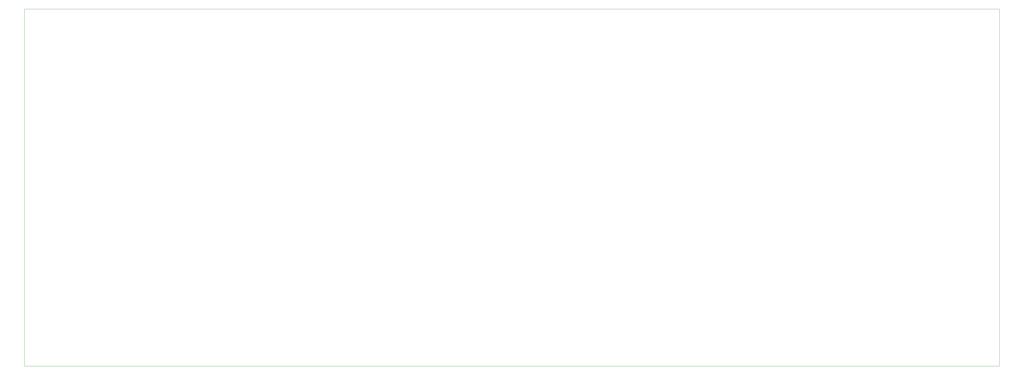
<source format=gm1>
G04 #@! TF.GenerationSoftware,KiCad,Pcbnew,(6.0.5)*
G04 #@! TF.CreationDate,2022-10-12T22:06:10+02:00*
G04 #@! TF.ProjectId,vakeyboard,76616b65-7962-46f6-9172-642e6b696361,rev?*
G04 #@! TF.SameCoordinates,Original*
G04 #@! TF.FileFunction,Profile,NP*
%FSLAX46Y46*%
G04 Gerber Fmt 4.6, Leading zero omitted, Abs format (unit mm)*
G04 Created by KiCad (PCBNEW (6.0.5)) date 2022-10-12 22:06:10*
%MOMM*%
%LPD*%
G01*
G04 APERTURE LIST*
G04 #@! TA.AperFunction,Profile*
%ADD10C,0.050000*%
G04 #@! TD*
G04 APERTURE END LIST*
D10*
X26690000Y-85000000D02*
X375690000Y-85000000D01*
X375690000Y-85000000D02*
X375690000Y-213000000D01*
X26690000Y-213000000D02*
X26690000Y-85000000D01*
X26690000Y-213000000D02*
X375690000Y-213000000D01*
M02*

</source>
